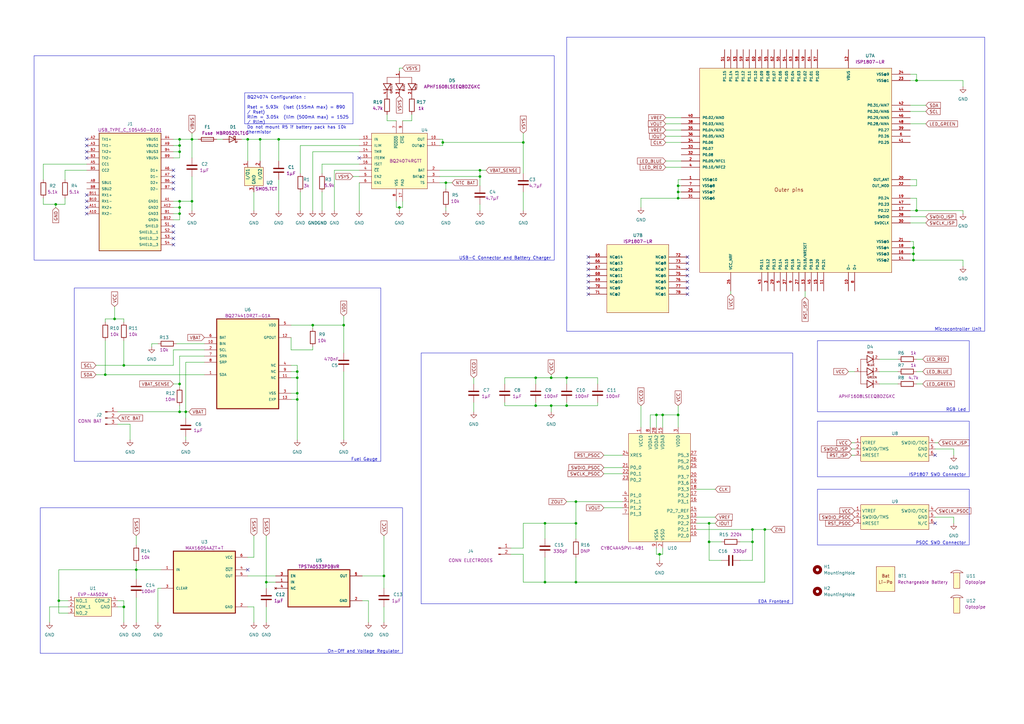
<source format=kicad_sch>
(kicad_sch (version 20250114) (generator "eeschema") (generator_version "9.0")
  (paper "A3")
  (title_block (title "NERVOUS - EDA Sensor") (date "2025-03-20") (rev "1") (comment 1 "Copyright (c) 2024 INSA Lyon, CNRS, INL UMR5270") (comment 2 "License : MIT License") (comment 3 "Contact : bertrand.massot@insa-lyon.fr") (comment 4 "Authors : Bertrand Massot, Matthieu Mesnage, Hugo Buy"))
  (rectangle (start 172.72 144.78) (end 325.12 247.65))
  (rectangle (start 335.28 172.72) (end 397.51 195.58))
  (rectangle (start 232.41 15.24) (end 403.86 135.89))
  (rectangle (start 13.97 22.86) (end 227.33 106.68))
  (rectangle (start 335.28 139.7) (end 397.51 168.91))
  (rectangle (start 16.51 208.28) (end 165.1 267.97))
  (rectangle (start 335.28 200.66) (end 397.51 223.52))
  (rectangle (start 30.48 118.11) (end 156.21 189.23))
  (text "Fuel Gauge" (at 154.94 189.23 0) (effects (font (size 1.27 1.27)) (justify right bottom)))
  (text "On-Off and Voltage Regulator" (at 163.83 267.97 0) (effects (font (size 1.27 1.27)) (justify right bottom)))
  (text "RGB Led" (at 396.24 168.91 0) (effects (font (size 1.27 1.27)) (justify right bottom)))
  (text "ISP1807 SWD Connector" (at 396.24 195.58 0) (effects (font (size 1.27 1.27)) (justify right bottom)))
  (text "Microcontroller Unit" (at 402.59 135.89 0) (effects (font (size 1.27 1.27)) (justify right bottom)))
  (text "EDA Frontend" (at 323.85 247.65 0) (effects (font (size 1.27 1.27)) (justify right bottom)))
  (text "PSOC SWD Connector" (at 396.24 223.52 0) (effects (font (size 1.27 1.27)) (justify right bottom)))
  (text "USB-C Connector and Battery Charger" (at 226.06 106.68 0) (effects (font (size 1.27 1.27)) (justify right bottom)))
  (text_box "BQ24074 Configuration :\n\nRset = 5.93k  (Iset (155mA max) = 890 / Rset)\nRlim = 3.05k  (Ilim (500mA max) = 1525 / Rlim)\nDo not mount R5 if battery pack has 10k thermistor" (at 100.33 38.1 0) (size 44.45 12.7) (margins 0.9525 0.9525 0.9525 0.9525) (effects (font (size 1.27 1.27)) (justify left top)))
  (junction (at 109.22 238.76))
  (junction (at 128.27 133.35))
  (junction (at 121.92 161.29))
  (junction (at 140.97 133.35))
  (junction (at 271.78 170.18))
  (junction (at 157.48 236.22))
  (junction (at 24.13 246.38))
  (junction (at 214.63 58.42))
  (junction (at 73.66 59.69))
  (junction (at 375.92 33.02))
  (junction (at 219.71 154.94))
  (junction (at 73.66 85.09))
  (junction (at 78.74 82.55))
  (junction (at 232.41 154.94))
  (junction (at 374.65 106.68))
  (junction (at 78.74 57.15))
  (junction (at 226.06 166.37))
  (junction (at 290.83 222.25))
  (junction (at 182.88 74.93))
  (junction (at 313.69 217.17))
  (junction (at 223.52 238.76))
  (junction (at 290.83 214.63))
  (junction (at 46.99 130.81))
  (junction (at 121.92 152.4))
  (junction (at 55.88 233.68))
  (junction (at 73.66 157.48))
  (junction (at 278.13 76.2))
  (junction (at 121.92 163.83))
  (junction (at 196.85 72.39))
  (junction (at 73.66 87.63))
  (junction (at 114.3 57.15))
  (junction (at 236.22 214.63))
  (junction (at 278.13 170.18))
  (junction (at 375.92 86.36))
  (junction (at 196.85 69.85))
  (junction (at 121.92 154.94))
  (junction (at 76.2 168.91))
  (junction (at 43.18 153.67))
  (junction (at 374.65 101.6))
  (junction (at 22.86 83.82))
  (junction (at 308.61 217.17))
  (junction (at 181.61 58.42))
  (junction (at 73.66 168.91))
  (junction (at 223.52 214.63))
  (junction (at 236.22 205.74))
  (junction (at 163.83 85.09))
  (junction (at 219.71 166.37))
  (junction (at 73.66 82.55))
  (junction (at 101.6 57.15))
  (junction (at 308.61 222.25))
  (junction (at 106.68 57.15))
  (junction (at 236.22 238.76))
  (junction (at 50.8 248.92))
  (junction (at 374.65 104.14))
  (junction (at 50.8 149.86))
  (junction (at 269.24 170.18))
  (junction (at 73.66 62.23))
  (junction (at 278.13 78.74))
  (junction (at 278.13 81.28))
  (junction (at 73.66 57.15))
  (junction (at 232.41 166.37))
  (junction (at 226.06 154.94))
  (junction (at 270.51 227.33))
  (no_connect (at 35.56 57.15))
  (no_connect (at 71.12 72.39))
  (no_connect (at 281.94 118.11))
  (no_connect (at 241.3 110.49))
  (no_connect (at 241.3 113.03))
  (no_connect (at 71.12 95.25))
  (no_connect (at 281.94 113.03))
  (no_connect (at 281.94 120.65))
  (no_connect (at 35.56 82.55))
  (no_connect (at 35.56 59.69))
  (no_connect (at 281.94 105.41))
  (no_connect (at 35.56 80.01))
  (no_connect (at 241.3 118.11))
  (no_connect (at 281.94 107.95))
  (no_connect (at 383.54 186.69))
  (no_connect (at 35.56 87.63))
  (no_connect (at 35.56 64.77))
  (no_connect (at 241.3 107.95))
  (no_connect (at 241.3 120.65))
  (no_connect (at 35.56 62.23))
  (no_connect (at 35.56 85.09))
  (no_connect (at 71.12 69.85))
  (no_connect (at 281.94 115.57))
  (no_connect (at 71.12 97.79))
  (no_connect (at 241.3 115.57))
  (no_connect (at 281.94 110.49))
  (no_connect (at 147.32 64.77))
  (no_connect (at 383.54 214.63))
  (no_connect (at 101.6 233.68))
  (no_connect (at 71.12 92.71))
  (no_connect (at 71.12 77.47))
  (no_connect (at 241.3 105.41))
  (no_connect (at 71.12 100.33))
  (no_connect (at 71.12 74.93))
  (wire (pts (xy 214.63 227.33) (xy 214.63 238.76)))
  (wire (pts (xy 207.01 154.94) (xy 207.01 157.48)))
  (wire (pts (xy 158.75 49.53) (xy 158.75 46.99)))
  (wire (pts (xy 162.56 82.55) (xy 162.56 85.09)))
  (wire (pts (xy 73.66 82.55) (xy 78.74 82.55)))
  (wire (pts (xy 43.18 139.7) (xy 43.18 153.67)))
  (wire (pts (xy 182.88 85.09) (xy 182.88 86.36)))
  (wire (pts (xy 101.6 228.6) (xy 104.14 228.6)))
  (wire (pts (xy 180.34 59.69) (xy 181.61 59.69)))
  (wire (pts (xy 214.63 54.61) (xy 214.63 58.42)))
  (wire (pts (xy 373.38 104.14) (xy 374.65 104.14)))
  (wire (pts (xy 181.61 57.15) (xy 180.34 57.15)))
  (wire (pts (xy 71.12 143.51) (xy 71.12 149.86)))
  (wire (pts (xy 128.27 143.51) (xy 128.27 142.24)))
  (wire (pts (xy 71.12 62.23) (xy 73.66 62.23)))
  (wire (pts (xy 53.34 173.99) (xy 53.34 180.34)))
  (wire (pts (xy 73.66 82.55) (xy 73.66 85.09)))
  (wire (pts (xy 132.08 78.74) (xy 132.08 86.36)))
  (wire (pts (xy 247.65 186.69) (xy 255.27 186.69)))
  (wire (pts (xy 236.22 238.76) (xy 223.52 238.76)))
  (wire (pts (xy 270.51 227.33) (xy 271.78 227.33)))
  (wire (pts (xy 374.65 106.68) (xy 373.38 106.68)))
  (wire (pts (xy 247.65 194.31) (xy 255.27 194.31)))
  (wire (pts (xy 128.27 62.23) (xy 128.27 86.36)))
  (wire (pts (xy 278.13 76.2) (xy 278.13 78.74)))
  (wire (pts (xy 76.2 168.91) (xy 77.47 168.91)))
  (wire (pts (xy 226.06 166.37) (xy 232.41 166.37)))
  (wire (pts (xy 214.63 78.74) (xy 214.63 86.36)))
  (wire (pts (xy 17.78 81.28) (xy 17.78 83.82)))
  (wire (pts (xy 64.77 140.97) (xy 62.23 140.97)))
  (wire (pts (xy 119.38 143.51) (xy 128.27 143.51)))
  (wire (pts (xy 20.32 248.92) (xy 20.32 255.27)))
  (wire (pts (xy 375.92 157.48) (xy 378.46 157.48)))
  (wire (pts (xy 236.22 228.6) (xy 236.22 238.76)))
  (wire (pts (xy 278.13 81.28) (xy 279.4 81.28)))
  (wire (pts (xy 373.38 101.6) (xy 374.65 101.6)))
  (wire (pts (xy 375.92 76.2) (xy 373.38 76.2)))
  (wire (pts (xy 109.22 238.76) (xy 113.03 238.76)))
  (wire (pts (xy 22.86 83.82) (xy 22.86 85.09)))
  (wire (pts (xy 383.54 212.09) (xy 391.16 212.09)))
  (wire (pts (xy 144.78 72.39) (xy 147.32 72.39)))
  (wire (pts (xy 73.66 87.63) (xy 73.66 90.17)))
  (wire (pts (xy 121.92 154.94) (xy 121.92 161.29)))
  (wire (pts (xy 163.83 85.09) (xy 165.1 85.09)))
  (wire (pts (xy 273.05 50.8) (xy 279.4 50.8)))
  (wire (pts (xy 50.8 132.08) (xy 50.8 130.81)))
  (wire (pts (xy 17.78 83.82) (xy 22.86 83.82)))
  (wire (pts (xy 64.77 241.3) (xy 66.04 241.3)))
  (wire (pts (xy 78.74 57.15) (xy 78.74 64.77)))
  (wire (pts (xy 196.85 83.82) (xy 196.85 86.36)))
  (wire (pts (xy 76.2 168.91) (xy 73.66 168.91)))
  (wire (pts (xy 236.22 205.74) (xy 236.22 214.63)))
  (wire (pts (xy 207.01 166.37) (xy 219.71 166.37)))
  (wire (pts (xy 35.56 67.31) (xy 17.78 67.31)))
  (wire (pts (xy 157.48 248.92) (xy 157.48 255.27)))
  (wire (pts (xy 123.19 78.74) (xy 123.19 86.36)))
  (wire (pts (xy 71.12 57.15) (xy 73.66 57.15)))
  (wire (pts (xy 373.38 43.18) (xy 379.73 43.18)))
  (wire (pts (xy 181.61 59.69) (xy 181.61 58.42)))
  (wire (pts (xy 375.92 86.36) (xy 375.92 81.28)))
  (wire (pts (xy 207.01 154.94) (xy 219.71 154.94)))
  (wire (pts (xy 182.88 74.93) (xy 185.42 74.93)))
  (wire (pts (xy 375.92 152.4) (xy 378.46 152.4)))
  (wire (pts (xy 157.48 236.22) (xy 157.48 241.3)))
  (wire (pts (xy 236.22 205.74) (xy 255.27 205.74)))
  (wire (pts (xy 374.65 99.06) (xy 374.65 101.6)))
  (wire (pts (xy 394.97 109.22) (xy 394.97 106.68)))
  (wire (pts (xy 121.92 163.83) (xy 121.92 180.34)))
  (wire (pts (xy 147.32 74.93) (xy 147.32 86.36)))
  (wire (pts (xy 273.05 68.58) (xy 279.4 68.58)))
  (wire (pts (xy 349.25 181.61) (xy 350.52 181.61)))
  (wire (pts (xy 73.66 59.69) (xy 73.66 62.23)))
  (wire (pts (xy 71.12 149.86) (xy 50.8 149.86)))
  (wire (pts (xy 373.38 86.36) (xy 375.92 86.36)))
  (wire (pts (xy 119.38 149.86) (xy 121.92 149.86)))
  (wire (pts (xy 226.06 166.37) (xy 226.06 168.91)))
  (wire (pts (xy 39.37 149.86) (xy 50.8 149.86)))
  (wire (pts (xy 26.67 81.28) (xy 26.67 83.82)))
  (wire (pts (xy 219.71 154.94) (xy 219.71 157.48)))
  (wire (pts (xy 163.83 27.94) (xy 163.83 29.21)))
  (wire (pts (xy 55.88 219.71) (xy 55.88 223.52)))
  (wire (pts (xy 368.3 147.32) (xy 360.68 147.32)))
  (wire (pts (xy 78.74 57.15) (xy 81.28 57.15)))
  (wire (pts (xy 214.63 214.63) (xy 223.52 214.63)))
  (wire (pts (xy 196.85 72.39) (xy 196.85 76.2)))
  (wire (pts (xy 219.71 166.37) (xy 226.06 166.37)))
  (wire (pts (xy 24.13 246.38) (xy 24.13 251.46)))
  (wire (pts (xy 76.2 148.59) (xy 76.2 168.91)))
  (wire (pts (xy 50.8 246.38) (xy 50.8 248.92)))
  (wire (pts (xy 373.38 91.44) (xy 379.73 91.44)))
  (wire (pts (xy 266.7 170.18) (xy 269.24 170.18)))
  (wire (pts (xy 180.34 74.93) (xy 182.88 74.93)))
  (wire (pts (xy 194.31 165.1) (xy 194.31 168.91)))
  (wire (pts (xy 303.53 229.87) (xy 308.61 229.87)))
  (wire (pts (xy 373.38 50.8) (xy 379.73 50.8)))
  (wire (pts (xy 214.63 224.79) (xy 214.63 214.63)))
  (wire (pts (xy 223.52 238.76) (xy 223.52 228.6)))
  (wire (pts (xy 373.38 73.66) (xy 375.92 73.66)))
  (wire (pts (xy 132.08 67.31) (xy 132.08 71.12)))
  (wire (pts (xy 223.52 220.98) (xy 223.52 214.63)))
  (wire (pts (xy 262.89 166.37) (xy 262.89 175.26)))
  (wire (pts (xy 55.88 245.11) (xy 55.88 255.27)))
  (wire (pts (xy 290.83 222.25) (xy 290.83 229.87)))
  (wire (pts (xy 391.16 212.09) (xy 391.16 214.63)))
  (wire (pts (xy 24.13 246.38) (xy 24.13 233.68)))
  (wire (pts (xy 147.32 67.31) (xy 132.08 67.31)))
  (wire (pts (xy 219.71 154.94) (xy 226.06 154.94)))
  (wire (pts (xy 101.6 57.15) (xy 106.68 57.15)))
  (wire (pts (xy 48.26 246.38) (xy 50.8 246.38)))
  (wire (pts (xy 247.65 191.77) (xy 255.27 191.77)))
  (wire (pts (xy 157.48 219.71) (xy 157.48 236.22)))
  (wire (pts (xy 46.99 125.73) (xy 46.99 130.81)))
  (wire (pts (xy 88.9 57.15) (xy 91.44 57.15)))
  (wire (pts (xy 158.75 49.53) (xy 162.56 49.53)))
  (wire (pts (xy 104.14 78.74) (xy 104.14 86.36)))
  (wire (pts (xy 73.66 64.77) (xy 71.12 64.77)))
  (wire (pts (xy 43.18 130.81) (xy 46.99 130.81)))
  (wire (pts (xy 269.24 224.79) (xy 269.24 227.33)))
  (wire (pts (xy 104.14 228.6) (xy 104.14 219.71)))
  (wire (pts (xy 271.78 170.18) (xy 271.78 175.26)))
  (wire (pts (xy 219.71 165.1) (xy 219.71 166.37)))
  (wire (pts (xy 114.3 57.15) (xy 106.68 57.15)))
  (wire (pts (xy 295.91 229.87) (xy 290.83 229.87)))
  (wire (pts (xy 73.66 57.15) (xy 73.66 59.69)))
  (wire (pts (xy 394.97 35.56) (xy 394.97 33.02)))
  (wire (pts (xy 194.31 154.94) (xy 194.31 157.48)))
  (wire (pts (xy 162.56 85.09) (xy 163.83 85.09)))
  (wire (pts (xy 232.41 165.1) (xy 232.41 166.37)))
  (wire (pts (xy 278.13 166.37) (xy 278.13 170.18)))
  (wire (pts (xy 62.23 140.97) (xy 62.23 142.24)))
  (wire (pts (xy 114.3 73.66) (xy 114.3 86.36)))
  (wire (pts (xy 123.19 59.69) (xy 147.32 59.69)))
  (wire (pts (xy 236.22 214.63) (xy 236.22 220.98)))
  (wire (pts (xy 279.4 73.66) (xy 278.13 73.66)))
  (wire (pts (xy 375.92 86.36) (xy 394.97 86.36)))
  (wire (pts (xy 119.38 133.35) (xy 128.27 133.35)))
  (wire (pts (xy 165.1 49.53) (xy 168.91 49.53)))
  (wire (pts (xy 43.18 153.67) (xy 83.82 153.67)))
  (wire (pts (xy 373.38 30.48) (xy 375.92 30.48)))
  (wire (pts (xy 278.13 73.66) (xy 278.13 76.2)))
  (wire (pts (xy 313.69 217.17) (xy 316.23 217.17)))
  (wire (pts (xy 278.13 78.74) (xy 278.13 81.28)))
  (wire (pts (xy 128.27 133.35) (xy 140.97 133.35)))
  (wire (pts (xy 273.05 53.34) (xy 279.4 53.34)))
  (wire (pts (xy 293.37 214.63) (xy 290.83 214.63)))
  (wire (pts (xy 232.41 205.74) (xy 236.22 205.74)))
  (wire (pts (xy 109.22 248.92) (xy 109.22 255.27)))
  (wire (pts (xy 273.05 55.88) (xy 279.4 55.88)))
  (wire (pts (xy 22.86 83.82) (xy 26.67 83.82)))
  (wire (pts (xy 308.61 229.87) (xy 308.61 222.25)))
  (wire (pts (xy 349.25 186.69) (xy 350.52 186.69)))
  (wire (pts (xy 50.8 248.92) (xy 50.8 255.27)))
  (wire (pts (xy 50.8 139.7) (xy 50.8 149.86)))
  (wire (pts (xy 78.74 82.55) (xy 78.74 86.36)))
  (wire (pts (xy 101.6 236.22) (xy 113.03 236.22)))
  (wire (pts (xy 375.92 30.48) (xy 375.92 33.02)))
  (wire (pts (xy 290.83 214.63) (xy 290.83 222.25)))
  (wire (pts (xy 269.24 227.33) (xy 270.51 227.33)))
  (wire (pts (xy 26.67 69.85) (xy 35.56 69.85)))
  (wire (pts (xy 271.78 227.33) (xy 271.78 224.79)))
  (wire (pts (xy 394.97 106.68) (xy 374.65 106.68)))
  (wire (pts (xy 121.92 161.29) (xy 121.92 163.83)))
  (wire (pts (xy 330.2 121.92) (xy 330.2 119.38)))
  (wire (pts (xy 128.27 134.62) (xy 128.27 133.35)))
  (wire (pts (xy 73.66 146.05) (xy 73.66 157.48)))
  (wire (pts (xy 73.66 166.37) (xy 73.66 168.91)))
  (wire (pts (xy 101.6 57.15) (xy 101.6 66.04)))
  (wire (pts (xy 269.24 170.18) (xy 269.24 175.26)))
  (wire (pts (xy 151.13 246.38) (xy 148.59 246.38)))
  (wire (pts (xy 373.38 81.28) (xy 375.92 81.28)))
  (wire (pts (xy 349.25 184.15) (xy 350.52 184.15)))
  (wire (pts (xy 76.2 179.07) (xy 76.2 180.34)))
  (wire (pts (xy 55.88 233.68) (xy 55.88 237.49)))
  (wire (pts (xy 373.38 45.72) (xy 379.73 45.72)))
  (wire (pts (xy 262.89 85.09) (xy 262.89 81.28)))
  (wire (pts (xy 295.91 222.25) (xy 290.83 222.25)))
  (wire (pts (xy 168.91 49.53) (xy 168.91 46.99)))
  (wire (pts (xy 43.18 132.08) (xy 43.18 130.81)))
  (wire (pts (xy 214.63 238.76) (xy 223.52 238.76)))
  (wire (pts (xy 245.11 157.48) (xy 245.11 154.94)))
  (wire (pts (xy 313.69 217.17) (xy 313.69 238.76)))
  (wire (pts (xy 72.39 140.97) (xy 83.82 140.97)))
  (wire (pts (xy 76.2 168.91) (xy 76.2 171.45)))
  (wire (pts (xy 209.55 227.33) (xy 214.63 227.33)))
  (wire (pts (xy 123.19 71.12) (xy 123.19 59.69)))
  (wire (pts (xy 99.06 57.15) (xy 101.6 57.15)))
  (wire (pts (xy 278.13 170.18) (xy 278.13 175.26)))
  (wire (pts (xy 290.83 214.63) (xy 285.75 214.63)))
  (wire (pts (xy 20.32 248.92) (xy 27.94 248.92)))
  (wire (pts (xy 109.22 219.71) (xy 109.22 238.76)))
  (wire (pts (xy 236.22 238.76) (xy 313.69 238.76)))
  (wire (pts (xy 232.41 154.94) (xy 245.11 154.94)))
  (wire (pts (xy 273.05 58.42) (xy 279.4 58.42)))
  (wire (pts (xy 384.81 181.61) (xy 383.54 181.61)))
  (wire (pts (xy 55.88 233.68) (xy 66.04 233.68)))
  (wire (pts (xy 308.61 217.17) (xy 308.61 222.25)))
  (wire (pts (xy 374.65 104.14) (xy 374.65 106.68)))
  (wire (pts (xy 368.3 152.4) (xy 360.68 152.4)))
  (wire (pts (xy 121.92 163.83) (xy 119.38 163.83)))
  (wire (pts (xy 83.82 143.51) (xy 71.12 143.51)))
  (wire (pts (xy 137.16 69.85) (xy 137.16 86.36)))
  (wire (pts (xy 383.54 184.15) (xy 391.16 184.15)))
  (wire (pts (xy 24.13 251.46) (xy 27.94 251.46)))
  (wire (pts (xy 71.12 157.48) (xy 73.66 157.48)))
  (wire (pts (xy 104.14 248.92) (xy 104.14 255.27)))
  (wire (pts (xy 196.85 69.85) (xy 199.39 69.85)))
  (wire (pts (xy 262.89 81.28) (xy 278.13 81.28)))
  (wire (pts (xy 165.1 27.94) (xy 163.83 27.94)))
  (wire (pts (xy 394.97 87.63) (xy 394.97 86.36)))
  (wire (pts (xy 114.3 66.04) (xy 114.3 57.15)))
  (wire (pts (xy 223.52 214.63) (xy 236.22 214.63)))
  (wire (pts (xy 73.66 146.05) (xy 83.82 146.05)))
  (wire (pts (xy 273.05 66.04) (xy 279.4 66.04)))
  (wire (pts (xy 140.97 152.4) (xy 140.97 180.34)))
  (wire (pts (xy 293.37 212.09) (xy 285.75 212.09)))
  (wire (pts (xy 121.92 152.4) (xy 121.92 154.94)))
  (wire (pts (xy 374.65 101.6) (xy 374.65 104.14)))
  (wire (pts (xy 147.32 62.23) (xy 128.27 62.23)))
  (wire (pts (xy 266.7 175.26) (xy 266.7 170.18)))
  (wire (pts (xy 151.13 246.38) (xy 151.13 255.27)))
  (wire (pts (xy 247.65 208.28) (xy 255.27 208.28)))
  (wire (pts (xy 271.78 170.18) (xy 278.13 170.18)))
  (wire (pts (xy 27.94 246.38) (xy 24.13 246.38)))
  (wire (pts (xy 165.1 82.55) (xy 165.1 85.09)))
  (wire (pts (xy 269.24 170.18) (xy 271.78 170.18)))
  (wire (pts (xy 73.66 85.09) (xy 73.66 87.63)))
  (wire (pts (xy 50.8 248.92) (xy 48.26 248.92)))
  (wire (pts (xy 375.92 147.32) (xy 378.46 147.32)))
  (wire (pts (xy 308.61 217.17) (xy 313.69 217.17)))
  (wire (pts (xy 147.32 69.85) (xy 137.16 69.85)))
  (wire (pts (xy 285.75 217.17) (xy 308.61 217.17)))
  (wire (pts (xy 17.78 67.31) (xy 17.78 73.66)))
  (wire (pts (xy 226.06 153.67) (xy 226.06 154.94)))
  (wire (pts (xy 180.34 72.39) (xy 196.85 72.39)))
  (wire (pts (xy 293.37 200.66) (xy 285.75 200.66)))
  (wire (pts (xy 71.12 85.09) (xy 73.66 85.09)))
  (wire (pts (xy 245.11 165.1) (xy 245.11 166.37)))
  (wire (pts (xy 373.38 88.9) (xy 379.73 88.9)))
  (wire (pts (xy 232.41 166.37) (xy 245.11 166.37)))
  (wire (pts (xy 391.16 184.15) (xy 391.16 186.69)))
  (wire (pts (xy 24.13 233.68) (xy 55.88 233.68)))
  (wire (pts (xy 163.83 85.09) (xy 163.83 86.36)))
  (wire (pts (xy 278.13 76.2) (xy 279.4 76.2)))
  (wire (pts (xy 26.67 73.66) (xy 26.67 69.85)))
  (wire (pts (xy 207.01 165.1) (xy 207.01 166.37)))
  (wire (pts (xy 71.12 82.55) (xy 73.66 82.55)))
  (wire (pts (xy 209.55 224.79) (xy 214.63 224.79)))
  (wire (pts (xy 119.38 143.51) (xy 119.38 138.43)))
  (wire (pts (xy 140.97 133.35) (xy 140.97 144.78)))
  (wire (pts (xy 119.38 152.4) (xy 121.92 152.4)))
  (wire (pts (xy 347.98 152.4) (xy 350.52 152.4)))
  (wire (pts (xy 368.3 157.48) (xy 360.68 157.48)))
  (wire (pts (xy 299.72 119.38) (xy 299.72 120.65)))
  (wire (pts (xy 64.77 241.3) (xy 64.77 255.27)))
  (wire (pts (xy 71.12 59.69) (xy 73.66 59.69)))
  (wire (pts (xy 71.12 87.63) (xy 73.66 87.63)))
  (wire (pts (xy 375.92 33.02) (xy 394.97 33.02)))
  (wire (pts (xy 48.26 168.91) (xy 73.66 168.91)))
  (wire (pts (xy 270.51 227.33) (xy 270.51 229.87)))
  (wire (pts (xy 101.6 248.92) (xy 104.14 248.92)))
  (wire (pts (xy 226.06 154.94) (xy 232.41 154.94)))
  (wire (pts (xy 73.66 57.15) (xy 78.74 57.15)))
  (wire (pts (xy 214.63 58.42) (xy 214.63 71.12)))
  (wire (pts (xy 375.92 73.66) (xy 375.92 76.2)))
  (wire (pts (xy 375.92 33.02) (xy 373.38 33.02)))
  (wire (pts (xy 278.13 78.74) (xy 279.4 78.74)))
  (wire (pts (xy 119.38 154.94) (xy 121.92 154.94)))
  (wire (pts (xy 148.59 236.22) (xy 157.48 236.22)))
  (wire (pts (xy 373.38 99.06) (xy 374.65 99.06)))
  (wire (pts (xy 214.63 58.42) (xy 181.61 58.42)))
  (wire (pts (xy 196.85 69.85) (xy 196.85 72.39)))
  (wire (pts (xy 78.74 72.39) (xy 78.74 82.55)))
  (wire (pts (xy 273.05 48.26) (xy 279.4 48.26)))
  (wire (pts (xy 180.34 69.85) (xy 196.85 69.85)))
  (wire (pts (xy 308.61 222.25) (xy 303.53 222.25)))
  (wire (pts (xy 114.3 57.15) (xy 147.32 57.15)))
  (wire (pts (xy 121.92 149.86) (xy 121.92 152.4)))
  (wire (pts (xy 73.66 62.23) (xy 73.66 64.77)))
  (wire (pts (xy 83.82 148.59) (xy 76.2 148.59)))
  (wire (pts (xy 73.66 90.17) (xy 71.12 90.17)))
  (wire (pts (xy 181.61 58.42) (xy 181.61 57.15)))
  (wire (pts (xy 119.38 161.29) (xy 121.92 161.29)))
  (wire (pts (xy 78.74 54.61) (xy 78.74 57.15)))
  (wire (pts (xy 106.68 66.04) (xy 106.68 57.15)))
  (wire (pts (xy 50.8 130.81) (xy 46.99 130.81)))
  (wire (pts (xy 109.22 241.3) (xy 109.22 238.76)))
  (wire (pts (xy 39.37 153.67) (xy 43.18 153.67)))
  (wire (pts (xy 55.88 231.14) (xy 55.88 233.68)))
  (wire (pts (xy 48.26 173.99) (xy 53.34 173.99)))
  (wire (pts (xy 232.41 154.94) (xy 232.41 157.48)))
  (wire (pts (xy 140.97 129.54) (xy 140.97 133.35)))
  (wire (pts (xy 182.88 74.93) (xy 182.88 77.47)))
  (wire (pts (xy 73.66 157.48) (xy 73.66 158.75)))
  (global_label "VSYS" (shape input) (at 165.1 27.94 0) (property "Intersheetrefs" "${INTERSHEET_REFS}" (effects (hide yes))))
  (global_label "VCC" (shape input) (at 350.52 209.55 180) (property "Intersheetrefs" "${INTERSHEET_REFS}" (effects (hide yes))))
  (global_label "NTC BAT" (shape input) (at 185.42 74.93 0) (property "Intersheetrefs" "${INTERSHEET_REFS}" (effects (hide yes))))
  (global_label "VREF" (shape input) (at 293.37 212.09 0) (property "Intersheetrefs" "${INTERSHEET_REFS}" (effects (hide yes))))
  (global_label "VREF" (shape input) (at 273.05 53.34 180) (property "Intersheetrefs" "${INTERSHEET_REFS}" (effects (hide yes))))
  (global_label "LED_GREEN" (shape input) (at 378.46 157.48 0) (property "Intersheetrefs" "${INTERSHEET_REFS}" (effects (hide yes))))
  (global_label "RST_ISP" (shape input) (at 330.2 121.92 270) (property "Intersheetrefs" "${INTERSHEET_REFS}" (effects (hide yes))))
  (global_label "IOUT" (shape input) (at 273.05 55.88 180) (property "Intersheetrefs" "${INTERSHEET_REFS}" (effects (hide yes))))
  (global_label "SWCLK_PSOC" (shape input) (at 383.54 209.55 0) (property "Intersheetrefs" "${INTERSHEET_REFS}" (effects (hide yes))))
  (global_label "VSYS" (shape input) (at 144.78 72.39 180) (property "Intersheetrefs" "${INTERSHEET_REFS}" (effects (hide yes))))
  (global_label "RST_PSOC" (shape input) (at 247.65 186.69 180) (property "Intersheetrefs" "${INTERSHEET_REFS}" (effects (hide yes))))
  (global_label "VOUT" (shape input) (at 247.65 208.28 180) (property "Intersheetrefs" "${INTERSHEET_REFS}" (effects (hide yes))))
  (global_label "VBAT" (shape input) (at 77.47 168.91 0) (property "Intersheetrefs" "${INTERSHEET_REFS}" (effects (hide yes))))
  (global_label "RST_PSOC" (shape input) (at 350.52 214.63 180) (property "Intersheetrefs" "${INTERSHEET_REFS}" (effects (hide yes))))
  (global_label "LED_BLUE" (shape input) (at 378.46 152.4 0) (property "Intersheetrefs" "${INTERSHEET_REFS}" (effects (hide yes))))
  (global_label "VCCD" (shape input) (at 194.31 154.94 90) (property "Intersheetrefs" "${INTERSHEET_REFS}" (effects (hide yes))))
  (global_label "SWCLK_ISP" (shape input) (at 379.73 91.44 0) (property "Intersheetrefs" "${INTERSHEET_REFS}" (effects (hide yes))))
  (global_label "VBUS" (shape input) (at 78.74 54.61 90) (property "Intersheetrefs" "${INTERSHEET_REFS}" (effects (hide yes))))
  (global_label "SWDIO_PSOC" (shape input) (at 247.65 191.77 180) (property "Intersheetrefs" "${INTERSHEET_REFS}" (effects (hide yes))))
  (global_label "ZOUT" (shape input) (at 232.41 205.74 180) (property "Intersheetrefs" "${INTERSHEET_REFS}" (effects (hide yes))))
  (global_label "NTC BAT" (shape input) (at 48.26 171.45 0) (property "Intersheetrefs" "${INTERSHEET_REFS}" (effects (hide yes))))
  (global_label "ZIN" (shape input) (at 316.23 217.17 0) (property "Intersheetrefs" "${INTERSHEET_REFS}" (effects (hide yes))))
  (global_label "LED_RED" (shape input) (at 378.46 147.32 0) (property "Intersheetrefs" "${INTERSHEET_REFS}" (effects (hide yes))))
  (global_label "SWCLK_PSOC" (shape input) (at 247.65 194.31 180) (property "Intersheetrefs" "${INTERSHEET_REFS}" (effects (hide yes))))
  (global_label "VCC" (shape input) (at 46.99 125.73 90) (property "Intersheetrefs" "${INTERSHEET_REFS}" (effects (hide yes))))
  (global_label "SCL" (shape input) (at 39.37 149.86 180) (property "Intersheetrefs" "${INTERSHEET_REFS}" (effects (hide yes))))
  (global_label "VCCD" (shape input) (at 262.89 166.37 90) (property "Intersheetrefs" "${INTERSHEET_REFS}" (effects (hide yes))))
  (global_label "VSYS" (shape input) (at 109.22 219.71 90) (property "Intersheetrefs" "${INTERSHEET_REFS}" (effects (hide yes))))
  (global_label "SCL" (shape input) (at 379.73 45.72 0) (property "Intersheetrefs" "${INTERSHEET_REFS}" (effects (hide yes))))
  (global_label "GND" (shape input) (at 22.86 85.09 270) (property "Intersheetrefs" "${INTERSHEET_REFS}" (effects (hide yes))))
  (global_label "LED_BLUE" (shape input) (at 273.05 66.04 180) (property "Intersheetrefs" "${INTERSHEET_REFS}" (effects (hide yes))))
  (global_label "CLK" (shape input) (at 273.05 58.42 180) (property "Intersheetrefs" "${INTERSHEET_REFS}" (effects (hide yes))))
  (global_label "VCC" (shape input) (at 349.25 181.61 180) (property "Intersheetrefs" "${INTERSHEET_REFS}" (effects (hide yes))))
  (global_label "VOUT" (shape input) (at 273.05 50.8 180) (property "Intersheetrefs" "${INTERSHEET_REFS}" (effects (hide yes))))
  (global_label "SWCLK_ISP" (shape input) (at 384.81 181.61 0) (property "Intersheetrefs" "${INTERSHEET_REFS}" (effects (hide yes))))
  (global_label "CLK" (shape input) (at 293.37 200.66 0) (property "Intersheetrefs" "${INTERSHEET_REFS}" (effects (hide yes))))
  (global_label "VSYS" (shape input) (at 214.63 54.61 90) (property "Intersheetrefs" "${INTERSHEET_REFS}" (effects (hide yes))))
  (global_label "VSYS" (shape input) (at 104.14 219.71 90) (property "Intersheetrefs" "${INTERSHEET_REFS}" (effects (hide yes))))
  (global_label "VREF" (shape input) (at 273.05 48.26 180) (property "Intersheetrefs" "${INTERSHEET_REFS}" (effects (hide yes))))
  (global_label "LED_RED" (shape input) (at 273.05 68.58 180) (property "Intersheetrefs" "${INTERSHEET_REFS}" (effects (hide yes))))
  (global_label "LED_GREEN" (shape input) (at 379.73 50.8 0) (property "Intersheetrefs" "${INTERSHEET_REFS}" (effects (hide yes))))
  (global_label "VBAT_SENSE" (shape input) (at 199.39 69.85 0) (property "Intersheetrefs" "${INTERSHEET_REFS}" (effects (hide yes))))
  (global_label "VDD" (shape input) (at 140.97 129.54 90) (property "Intersheetrefs" "${INTERSHEET_REFS}" (effects (hide yes))))
  (global_label "VCC" (shape input) (at 157.48 219.71 90) (property "Intersheetrefs" "${INTERSHEET_REFS}" (effects (hide yes))))
  (global_label "SDA" (shape input) (at 379.73 43.18 0) (property "Intersheetrefs" "${INTERSHEET_REFS}" (effects (hide yes))))
  (global_label "VBAT_SENSE" (shape input) (at 71.12 157.48 180) (property "Intersheetrefs" "${INTERSHEET_REFS}" (effects (hide yes))))
  (global_label "RST_ISP" (shape input) (at 349.25 186.69 180) (property "Intersheetrefs" "${INTERSHEET_REFS}" (effects (hide yes))))
  (global_label "IOUT" (shape input) (at 293.37 214.63 0) (property "Intersheetrefs" "${INTERSHEET_REFS}" (effects (hide yes))))
  (global_label "SWDIO_ISP" (shape input) (at 379.73 88.9 0) (property "Intersheetrefs" "${INTERSHEET_REFS}" (effects (hide yes))))
  (global_label "VCC" (shape input) (at 347.98 152.4 180) (property "Intersheetrefs" "${INTERSHEET_REFS}" (effects (hide yes))))
  (global_label "VBAT" (shape input) (at 83.82 138.43 180) (property "Intersheetrefs" "${INTERSHEET_REFS}" (effects (hide yes))))
  (global_label "VCC" (shape input) (at 226.06 153.67 90) (property "Intersheetrefs" "${INTERSHEET_REFS}" (effects (hide yes))))
  (global_label "SDA" (shape input) (at 39.37 153.67 180) (property "Intersheetrefs" "${INTERSHEET_REFS}" (effects (hide yes))))
  (global_label "SWDIO_ISP" (shape input) (at 349.25 184.15 180) (property "Intersheetrefs" "${INTERSHEET_REFS}" (effects (hide yes))))
  (global_label "VSYS" (shape input) (at 163.83 39.37 270) (property "Intersheetrefs" "${INTERSHEET_REFS}" (effects (hide yes))))
  (global_label "VCC" (shape input) (at 299.72 120.65 270) (property "Intersheetrefs" "${INTERSHEET_REFS}" (effects (hide yes))))
  (global_label "VCC" (shape input) (at 278.13 166.37 90) (property "Intersheetrefs" "${INTERSHEET_REFS}" (effects (hide yes))))
  (global_label "SWDIO_PSOC" (shape input) (at 350.52 212.09 180) (property "Intersheetrefs" "${INTERSHEET_REFS}" (effects (hide yes))))
  (global_label "VSYS" (shape input) (at 55.88 219.71 90) (property "Intersheetrefs" "${INTERSHEET_REFS}" (effects (hide yes))))
  (symbol (lib_id "power:GND") (at 157.48 255.27 0) (unit 1)
    (property "Reference" "#PWR025" (effects (hide yes)))
    (property "Value" "GND" (at 157.48 260.35 0))
  )
  (symbol (lib_id "nervous-eda:ISP1807-LR") (at 241.3 128.27 0) (unit 2)
    (property "Reference" "U7" (at 261.62 96.52 0))
    (property "Value" "RF TXRX MODULE BT TRACE ANT SMD" (effects (hide yes)))
    (property "Footprint" "nervous-eda:ISP1807-LR" (effects (hide yes)))
    (property "Manufacturer" "INSIGHT SIP" (effects (hide yes)))
    (property "Manufacturer Part Number" "ISP1807-LR-RS" (effects (hide yes)))
    (property "Supplier" "DIGIKEY" (effects (hide yes)))
    (property "Supplier Part Number" "1786-1019-1-ND" (effects (hide yes)))
    (property "Note" "ISP1807-LR" (at 261.62 99.06 0))
  )
  (symbol (lib_id "power:GND") (at 104.14 86.36 0) (unit 1)
    (property "Reference" "#PWR02" (effects (hide yes)))
    (property "Value" "GND" (at 104.14 91.44 0))
  )
  (symbol (lib_id "nervous-eda:C") (at 245.11 161.29 0) (unit 1)
    (property "Reference" "C11" (at 248.92 160.02 0) (effects (justify left)))
    (property "Value" "CAP CER 0.1UF 16V X7R 0402" (effects (hide yes)))
    (property "Footprint" "nervous-eda:C_0402_1005Metric" (effects (hide yes)))
    (property "Manufacturer" "Yageo" (effects (hide yes)))
    (property "Manufacturer Part Number" "CC0402JRX7R7BB104" (effects (hide yes)))
    (property "Supplier" "Farnell" (effects (hide yes)))
    (property "Supplier Part Number" "3369125" (effects (hide yes)))
    (property "Note" "100nF" (at 251.46 162.56 0))
  )
  (symbol (lib_id "nervous-eda:C") (at 76.2 175.26 0) (unit 1)
    (property "Reference" "C6" (at 80.01 173.99 0) (effects (justify left)))
    (property "Value" "CAP CER 1UF 10V X5R 0402" (effects (hide yes)))
    (property "Footprint" "nervous-eda:C_0402_1005Metric" (effects (hide yes)))
    (property "Manufacturer" "Yageo" (effects (hide yes)))
    (property "Manufacturer Part Number" "CC0402KRX5R6BB105" (effects (hide yes)))
    (property "Supplier" "Farnell" (effects (hide yes)))
    (property "Supplier Part Number" "1458896" (effects (hide yes)))
    (property "Note" "1µF" (at 81.28 176.53 0))
  )
  (symbol (lib_id "nervous-eda:APHF1608LSEEQBDZGKC") (at 355.6 152.4 0) (unit 1)
    (property "Reference" "D4" (at 356.87 142.24 0))
    (property "Value" "LED RGB CLEAR 4SMD" (effects (hide yes)))
    (property "Footprint" "nervous-eda:APHF1608LSEEQBDZGKC" (effects (hide yes)))
    (property "Manufacturer" "KINGBRIGHT" (effects (hide yes)))
    (property "Manufacturer Part Number" "APHF1608LSEEQBDZGKC" (effects (hide yes)))
    (property "Supplier" "DIGIKEY" (effects (hide yes)))
    (property "Supplier Part Number" "754-2143-1-ND" (effects (hide yes)))
    (property "Note" "APHF1608LSEEQBDZGKC" (at 355.6 162.56 0))
  )
  (symbol (lib_id "power:GND") (at 53.34 180.34 0) (unit 1)
    (property "Reference" "#PWR015" (effects (hide yes)))
    (property "Value" "GND" (at 53.34 185.42 0))
  )
  (symbol (lib_id "power:GND") (at 147.32 86.36 0) (unit 1)
    (property "Reference" "#PWR08" (effects (hide yes)))
    (property "Value" "GND" (at 147.32 91.44 0))
  )
  (symbol (lib_id "Mechanical:MountingHole") (at 335.28 233.68 0) (unit 1) (in_bom no)
    (property "Reference" "H1" (at 337.82 232.41 0) (effects (justify left)))
    (property "Value" "MountingHole" (at 337.82 234.95 0) (effects (justify left)))
    (property "Footprint" "MountingHole:MountingHole_2mm" (effects (hide yes)))
  )
  (symbol (lib_id "Device:R") (at 26.67 77.47 180) (unit 1)
    (property "Reference" "R4" (at 30.48 76.2 0))
    (property "Value" "RES 5.1K OHM 0.5% 1/10W 0402" (effects (hide yes)))
    (property "Footprint" "nervous-eda:R_0402_1005Metric" (effects (hide yes)))
    (property "Manufacturer" "PANASONIC" (effects (hide yes)))
    (property "Manufacturer Part Number" "ERJ-U2RD5101X" (effects (hide yes)))
    (property "Supplier" "FARNELL" (effects (hide yes)))
    (property "Supplier Part Number" "3516311" (effects (hide yes)))
    (property "Note" "5.1k" (at 30.48 78.74 0))
  )
  (symbol (lib_id "nervous-eda:TC2030-MCP-NL") (at 367.03 212.09 0) (unit 1) (in_bom no)
    (property "Reference" "U9" (at 367.03 205.74 0))
    (property "Value" "~" (at 359.41 212.09 0))
    (property "Footprint" "nervous-eda:TC2030-MCP-NL" (effects (hide yes)))
  )
  (symbol (lib_id "nervous-eda:C") (at 55.88 241.3 0) (unit 1)
    (property "Reference" "C14" (at 59.69 240.03 0) (effects (justify left)))
    (property "Value" "CAP CER 0.1UF 16V X7R 0402" (effects (hide yes)))
    (property "Footprint" "nervous-eda:C_0402_1005Metric" (effects (hide yes)))
    (property "Manufacturer" "Yageo" (effects (hide yes)))
    (property "Manufacturer Part Number" "CC0402JRX7R7BB104" (effects (hide yes)))
    (property "Supplier" "Farnell" (effects (hide yes)))
    (property "Supplier Part Number" "3369125" (effects (hide yes)))
    (property "Note" "100nF" (at 60.96 242.57 0))
  )
  (symbol (lib_id "nervous-eda:C") (at 157.48 245.11 0) (unit 1)
    (property "Reference" "C13" (at 161.29 243.84 0) (effects (justify left)))
    (property "Value" "CAP CER 1UF 10V X5R 0402" (effects (hide yes)))
    (property "Footprint" "nervous-eda:C_0402_1005Metric" (effects (hide yes)))
    (property "Manufacturer" "Yageo" (effects (hide yes)))
    (property "Manufacturer Part Number" "CC0402KRX5R6BB105" (effects (hide yes)))
    (property "Supplier" "Farnell" (effects (hide yes)))
    (property "Supplier Part Number" "1458896" (effects (hide yes)))
    (property "Note" "1µF" (at 162.56 246.38 0))
  )
  (symbol (lib_id "power:GND") (at 137.16 86.36 0) (unit 1)
    (property "Reference" "#PWR07" (effects (hide yes)))
    (property "Value" "GND" (at 137.16 91.44 0))
  )
  (symbol (lib_id "nervous-eda:R") (at 50.8 135.89 180) (unit 1)
    (property "Reference" "R11" (at 54.61 134.62 0))
    (property "Value" "RES 10K OHM 1% 1/16W 0402" (effects (hide yes)))
    (property "Footprint" "nervous-eda:R_0402_1005Metric" (effects (hide yes)))
    (property "Manufacturer" "Yageo" (effects (hide yes)))
    (property "Manufacturer Part Number" "RC0402FR-0710KL" (effects (hide yes)))
    (property "Supplier" "Farnell" (effects (hide yes)))
    (property "Supplier Part Number" "9239359" (effects (hide yes)))
    (property "Note" "10k" (at 54.61 137.16 0))
  )
  (symbol (lib_id "nervous-eda:MAX16054AZT+T") (at 83.82 238.76 0) (unit 1)
    (property "Reference" "U3" (at 83.82 222.25 0))
    (property "Value" "IC INTFACE SPECIALIZED TSOT23-6" (effects (hide yes)))
    (property "Footprint" "nervous-eda:MAX16054AZT+T" (effects (hide yes)))
    (property "Manufacturer" "ANALOG DEVICES" (effects (hide yes)))
    (property "Manufacturer Part Number" "MAX16054AZT+T" (effects (hide yes)))
    (property "Supplier" "FARNELL" (effects (hide yes)))
    (property "Supplier Part Number" "2515822" (effects (hide yes)))
    (property "Note" "MAX16054AZT+T" (at 83.82 224.79 0))
  )
  (symbol (lib_id "nervous-eda:R") (at 168.91 43.18 0) (unit 1)
    (property "Reference" "R17" (at 172.72 41.91 0))
    (property "Value" "RES 1K OHM 1% 1/16W 0402" (effects (hide yes)))
    (property "Footprint" "nervous-eda:R_0402_1005Metric" (effects (hide yes)))
    (property "Manufacturer" "Yageo" (effects (hide yes)))
    (property "Manufacturer Part Number" "RC0402FR-071KL" (effects (hide yes)))
    (property "Supplier" "Farnell" (effects (hide yes)))
    (property "Supplier Part Number" "9239235" (effects (hide yes)))
    (property "Note" "1k" (at 172.72 44.45 0))
  )
  (symbol (lib_id "power:GND") (at 62.23 142.24 0) (unit 1)
    (property "Reference" "#PWR013" (effects (hide yes)))
    (property "Value" "GND" (at 62.23 147.32 0))
  )
  (symbol (lib_id "Mechanical:MountingHole") (at 335.28 242.57 0) (unit 1) (in_bom no)
    (property "Reference" "H2" (at 337.82 241.3 0) (effects (justify left)))
    (property "Value" "MountingHole" (at 337.82 243.84 0) (effects (justify left)))
    (property "Footprint" "MountingHole:MountingHole_2mm" (effects (hide yes)))
  )
  (symbol (lib_id "nervous-eda:R") (at 299.72 222.25 270) (unit 1)
    (property "Reference" "R15" (at 296.8583 219.265 90))
    (property "Value" "RES Thick Film, 220kΩ, 1%, 0.125W, 100ppm/°C, 0805" (effects (hide yes)))
    (property "Footprint" "nervous-eda:R_0805_2012Metric" (effects (hide yes)))
    (property "Manufacturer" "Yageo" (effects (hide yes)))
    (property "Manufacturer Part Number" "RC0805FR-07220KL" (effects (hide yes)))
    (property "Supplier" "Mouser" (effects (hide yes)))
    (property "Supplier Part Number" "603-RC0805FR-07220KL" (effects (hide yes)))
    (property "Note" "220k" (at 301.9383 219.265 90))
  )
  (symbol (lib_id "power:GND") (at 270.51 229.87 0) (unit 1)
    (property "Reference" "#PWR034" (effects (hide yes)))
    (property "Value" "GND" (at 270.51 234.95 0))
  )
  (symbol (lib_id "power:GND") (at 123.19 86.36 0) (unit 1)
    (property "Reference" "#PWR04" (effects (hide yes)))
    (property "Value" "GND" (at 123.19 91.44 0))
  )
  (symbol (lib_id "power:GND") (at 391.16 186.69 0) (unit 1)
    (property "Reference" "#PWR030" (effects (hide yes)))
    (property "Value" "GND" (at 391.16 191.77 0))
  )
  (symbol (lib_id "power:GND") (at 140.97 180.34 0) (unit 1)
    (property "Reference" "#PWR017" (effects (hide yes)))
    (property "Value" "GND" (at 140.97 185.42 0))
  )
  (symbol (lib_id "nervous-eda:BQ24074RGTT") (at 152.4 77.47 0) (unit 1)
    (property "Reference" "U4" (at 172.72 53.34 0) (effects (justify left)))
    (property "Value" "IC BATT CHG LI-ION 1CELL 16QFN" (effects (hide yes)))
    (property "Footprint" "nervous-eda:BQ24074RGTx" (effects (hide yes)))
    (property "Manufacturer" "TEXAS INSTRUMENTS" (effects (hide yes)))
    (property "Manufacturer Part Number" "BQ24074RGTT" (effects (hide yes)))
    (property "Supplier" "FARNELL" (effects (hide yes)))
    (property "Supplier Part Number" "3123775" (effects (hide yes)))
    (property "Note" "BQ24074RGTT" (at 166.37 66.04 0))
  )
  (symbol (lib_id "power:GND") (at 55.88 255.27 0) (unit 1)
    (property "Reference" "#PWR020" (effects (hide yes)))
    (property "Value" "GND" (at 55.88 260.35 0))
  )
  (symbol (lib_id "nervous-eda:APHF1608LSEEQBDZGKC") (at 163.83 34.29 270) (unit 1)
    (property "Reference" "D5" (at 185.42 33.02 90))
    (property "Value" "LED RGB CLEAR 4SMD" (effects (hide yes)))
    (property "Footprint" "nervous-eda:APHF1608LSEEQBDZGKC" (effects (hide yes)))
    (property "Manufacturer" "KINGBRIGHT" (effects (hide yes)))
    (property "Manufacturer Part Number" "APHF1608LSEEQBDZGKC" (effects (hide yes)))
    (property "Supplier" "DIGIKEY" (effects (hide yes)))
    (property "Supplier Part Number" "754-2143-1-ND" (effects (hide yes)))
    (property "Note" "APHF1608LSEEQBDZGKC" (at 185.42 35.56 90))
  )
  (symbol (lib_id "nervous-eda:BQ27441DRZT-G1A") (at 101.6 148.59 0) (unit 1)
    (property "Reference" "U6" (at 101.6 127 0))
    (property "Value" "IC BATT FUEL GAUGE LICOO2 12SON" (effects (hide yes)))
    (property "Footprint" "nervous-eda:BQ27441DRZR-G1A" (effects (hide yes)))
    (property "Manufacturer" "TEXAS INSTRUMENTS" (effects (hide yes)))
    (property "Manufacturer Part Number" "BQ27441DRZR-G1A" (effects (hide yes)))
    (property "Supplier" "FARNELL" (effects (hide yes)))
    (property "Supplier Part Number" "3123775" (effects (hide yes)))
    (property "Note" "BQ27441DRZT-G1A" (at 101.6 129.54 0))
  )
  (symbol (lib_id "power:GND") (at 196.85 86.36 0) (unit 1)
    (property "Reference" "#PWR011" (effects (hide yes)))
    (property "Value" "GND" (at 196.85 91.44 0))
  )
  (symbol (lib_id "power:GND") (at 391.16 214.63 0) (unit 1)
    (property "Reference" "#PWR031" (effects (hide yes)))
    (property "Value" "GND" (at 391.16 219.71 0))
  )
  (symbol (lib_id "nervous-eda:R") (at 372.11 147.32 90) (unit 1)
    (property "Reference" "R6" (at 369.57 144.78 90))
    (property "Value" "RES 1K OHM 1% 1/16W 0402" (effects (hide yes)))
    (property "Footprint" "nervous-eda:R_0402_1005Metric" (effects (hide yes)))
    (property "Manufacturer" "Yageo" (effects (hide yes)))
    (property "Manufacturer Part Number" "RC0402FR-071KL" (effects (hide yes)))
    (property "Supplier" "Farnell" (effects (hide yes)))
    (property "Supplier Part Number" "9239235" (effects (hide yes)))
    (property "Note" "1k" (at 374.65 144.78 90))
  )
  (symbol (lib_id "nervous-eda:TC2030-MCP-NL") (at 367.03 184.15 0) (unit 1) (in_bom no)
    (property "Reference" "U8" (at 367.03 177.8 0))
    (property "Value" "~" (at 359.41 184.15 0))
    (property "Footprint" "nervous-eda:TC2030-MCP-NL" (effects (hide yes)))
  )
  (symbol (lib_id "power:GND") (at 163.83 86.36 0) (unit 1)
    (property "Reference" "#PWR09" (effects (hide yes)))
    (property "Value" "GND" (at 163.83 91.44 0))
  )
  (symbol (lib_id "power:GND") (at 394.97 87.63 0) (unit 1)
    (property "Reference" "#PWR027" (effects (hide yes)))
    (property "Value" "GND" (at 394.97 92.71 0))
  )
  (symbol (lib_id "nervous-eda:TVS_DIODE_5VWM_SOT23-3L_1") (at 104.14 72.39 0) (unit 1)
    (property "Reference" "U2" (at 109.22 74.93 0) (effects (justify left)))
    (property "Value" "TVS Diode WE-TVS-Standard, VRWM=5.0V" (effects (hide yes)))
    (property "Footprint" "nervous-eda:SM05.TCT" (effects (hide yes)))
    (property "Manufacturer" "SEMTECH" (effects (hide yes)))
    (property "Manufacturer Part Number" "SM05.TCT" (effects (hide yes)))
    (property "Supplier" "Farnell" (effects (hide yes)))
    (property "Supplier Part Number" "1456392" (effects (hide yes)))
    (property "Note" "SM05.TCT" (at 109.22 77.47 0))
  )
  (symbol (lib_id "power:GND") (at 182.88 86.36 0) (unit 1)
    (property "Reference" "#PWR010" (effects (hide yes)))
    (property "Value" "GND" (at 182.88 91.44 0))
  )
  (symbol (lib_id "nervous-eda:R") (at 158.75 43.18 0) (unit 1)
    (property "Reference" "R19" (at 154.94 41.91 0))
    (property "Value" "RES 4.7K OHM 1% 1/16W 0402" (effects (hide yes)))
    (property "Footprint" "nervous-eda:R_0402_1005Metric" (effects (hide yes)))
    (property "Manufacturer" "Yageo" (effects (hide yes)))
    (property "Manufacturer Part Number" "RC0402FR-074K7L" (effects (hide yes)))
    (property "Supplier" "Farnell" (effects (hide yes)))
    (property "Supplier Part Number" "9239316" (effects (hide yes)))
    (property "Note" "4.7k" (at 154.94 44.45 0))
  )
  (symbol (lib_id "nervous-eda:C") (at 114.3 69.85 0) (unit 1)
    (property "Reference" "C1" (at 118.11 68.58 0) (effects (justify left)))
    (property "Value" "CAP CER 1UF 10V X5R 0402" (effects (hide yes)))
    (property "Footprint" "nervous-eda:C_0402_1005Metric" (effects (hide yes)))
    (property "Manufacturer" "Yageo" (effects (hide yes)))
    (property "Manufacturer Part Number" "CC0402KRX5R6BB105" (effects (hide yes)))
    (property "Supplier" "Farnell" (effects (hide yes)))
    (property "Supplier Part Number" "1458896" (effects (hide yes)))
    (property "Note" "1µF" (at 119.38 71.12 0))
  )
  (symbol (lib_id "nervous-eda:R") (at 68.58 140.97 270) (unit 1)
    (property "Reference" "R13" (at 67.31 138.43 90))
    (property "Value" "RES 10K OHM 1% 1/16W 0402" (effects (hide yes)))
    (property "Footprint" "nervous-eda:R_0402_1005Metric" (effects (hide yes)))
    (property "Manufacturer" "Yageo" (effects (hide yes)))
    (property "Manufacturer Part Number" "RC0402FR-0710KL" (effects (hide yes)))
    (property "Supplier" "Farnell" (effects (hide yes)))
    (property "Supplier Part Number" "9239359" (effects (hide yes)))
    (property "Note" "10k" (at 67.31 143.51 90))
  )
  (symbol (lib_id "nervous-eda:R") (at 236.22 224.79 180) (unit 1) (in_bom no)
    (property "Reference" "R16" (at 240.03 223.52 0))
    (property "Value" "RES Thick Film, 220kΩ, 1%, 0.125W, 100ppm/°C, 0805" (effects (hide yes)))
    (property "Footprint" "nervous-eda:R_0805_2012Metric" (effects (hide yes)))
    (property "Manufacturer" "Yageo" (effects (hide yes)))
    (property "Manufacturer Part Number" "RC0805FR-07220KL" (effects (hide yes)))
    (property "Supplier" "Mouser" (effects (hide yes)))
    (property "Supplier Part Number" "603-RC0805FR-07220KL" (effects (hide yes)))
    (property "Note" "DNP" (at 240.03 226.06 0))
  )
  (symbol (lib_id "nervous-eda:C") (at 232.41 161.29 0) (unit 1)
    (property "Reference" "C10" (at 236.22 160.02 0) (effects (justify left)))
    (property "Value" "CAP CER 0.1UF 16V X7R 0402" (effects (hide yes)))
    (property "Footprint" "nervous-eda:C_0402_1005Metric" (effects (hide yes)))
    (property "Manufacturer" "Yageo" (effects (hide yes)))
    (property "Manufacturer Part Number" "CC0402JRX7R7BB104" (effects (hide yes)))
    (property "Supplier" "Farnell" (effects (hide yes)))
    (property "Supplier Part Number" "3369125" (effects (hide yes)))
    (property "Note" "100nF" (at 238.76 162.56 0))
  )
  (symbol (lib_id "nervous-eda:R") (at 372.11 157.48 90) (unit 1)
    (property "Reference" "R8" (at 369.57 154.94 90))
    (property "Value" "RES 4.7K OHM 1% 1/16W 0402" (effects (hide yes)))
    (property "Footprint" "nervous-eda:R_0402_1005Metric" (effects (hide yes)))
    (property "Manufacturer" "Yageo" (effects (hide yes)))
    (property "Manufacturer Part Number" "RC0402FR-074K7L" (effects (hide yes)))
    (property "Supplier" "Farnell" (effects (hide yes)))
    (property "Supplier Part Number" "9239316" (effects (hide yes)))
    (property "Note" "4.7k" (at 374.65 154.94 90))
  )
  (symbol (lib_id "power:GND") (at 50.8 255.27 0) (unit 1)
    (property "Reference" "#PWR019" (effects (hide yes)))
    (property "Value" "GND" (at 50.8 260.35 0))
  )
  (symbol (lib_id "power:GND") (at 109.22 255.27 0) (unit 1)
    (property "Reference" "#PWR023" (effects (hide yes)))
    (property "Value" "GND" (at 109.22 260.35 0))
  )
  (symbol (lib_id "power:GND") (at 151.13 255.27 0) (unit 1)
    (property "Reference" "#PWR024" (effects (hide yes)))
    (property "Value" "GND" (at 151.13 260.35 0))
  )
  (symbol (lib_id "power:GND") (at 132.08 86.36 0) (unit 1)
    (property "Reference" "#PWR06" (effects (hide yes)))
    (property "Value" "GND" (at 132.08 91.44 0))
  )
  (symbol (lib_id "power:GND") (at 121.92 180.34 0) (unit 1)
    (property "Reference" "#PWR016" (effects (hide yes)))
    (property "Value" "GND" (at 121.92 185.42 0))
  )
  (symbol (lib_id "nervous-eda:C") (at 299.72 229.87 90) (unit 1)
    (property "Reference" "C16" (at 298.45 226.06 90) (effects (justify left)))
    (property "Value" "CAP CER 330pF 50V C0G / NP0  0805 MCMT" (effects (hide yes)))
    (property "Footprint" "nervous-eda:C_0805_2012Metric" (effects (hide yes)))
    (property "Manufacturer" "Multicomp" (effects (hide yes)))
    (property "Manufacturer Part Number" "MCMT21N331F500CT" (effects (hide yes)))
    (property "Supplier" "Farnell" (effects (hide yes)))
    (property "Supplier Part Number" "1856252" (effects (hide yes)))
    (property "Note" "330pF" (at 303.53 226.06 90))
  )
  (symbol (lib_id "nervous-eda:CONN_USB_3.1_TYPE_C_-_105450-0101") (at 53.34 74.93 0) (unit 1)
    (property "Reference" "J1" (at 53.34 50.8 0))
    (property "Value" "CONN RCP USB3.1 TYPEC 24P SMD RA" (effects (hide yes)))
    (property "Footprint" "nervous-eda:USB_TYPE_C_105450-0101" (effects (hide yes)))
    (property "Manufacturer" "MOLEX" (effects (hide yes)))
    (property "Manufacturer Part Number" "105450-0101" (effects (hide yes)))
    (property "Supplier" "FARNELL" (effects (hide yes)))
    (property "Supplier Part Number" "2524076" (effects (hide yes)))
    (property "Note" "USB_TYPE_C_105450-0101" (at 53.34 53.34 0))
  )
  (symbol (lib_id "nervous-eda:R") (at 123.19 74.93 180) (unit 1)
    (property "Reference" "R1" (at 125.73 73.66 0))
    (property "Value" "RES SMD 3K OHM 1% 1/16W 0402" (effects (hide yes)))
    (property "Footprint" "nervous-eda:R_0402_1005Metric" (effects (hide yes)))
    (property "Manufacturer" "Yageo" (effects (hide yes)))
    (property "Manufacturer Part Number" "AC0402FR-073KL" (effects (hide yes)))
    (property "Supplier" "Farnell" (effects (hide yes)))
    (property "Supplier Part Number" "3951323" (effects (hide yes)))
    (property "Note" "3k" (at 125.73 76.2 0))
  )
  (symbol (lib_id "power:GND") (at 114.3 86.36 0) (unit 1)
    (property "Reference" "#PWR03" (effects (hide yes)))
    (property "Value" "GND" (at 114.3 91.44 0))
  )
  (symbol (lib_id "nervous-eda:TPS7A0533PDBVR") (at 130.81 241.3 0) (unit 1)
    (property "Reference" "U5" (at 130.81 229.87 0))
    (property "Value" "IC REG LINEAR 3.3V 200MA SOT23-5" (effects (hide yes)))
    (property "Footprint" "nervous-eda:TPS7A0533PDBVR" (effects (hide yes)))
    (property "Manufacturer" "TEXAS INSTRUMENTS" (effects (hide yes)))
    (property "Manufacturer Part Number" "TPS7A0533PDBVR" (effects (hide yes)))
    (property "Supplier" "DIGIKEY" (effects (hide yes)))
    (property "Supplier Part Number" "296-TPS7A0533PDBVRDKR-ND" (effects (hide yes)))
    (property "Note" "TPS7A0533PDBVR" (at 130.81 232.41 0))
  )
  (symbol (lib_id "nervous-eda:C") (at 214.63 74.93 180) (unit 1)
    (property "Reference" "C3" (at 219.71 73.66 0) (effects (justify left)))
    (property "Value" "CAP CER 4.7UF 6.3V X5R 0402" (effects (hide yes)))
    (property "Footprint" "nervous-eda:C_0402_1005Metric" (effects (hide yes)))
    (property "Manufacturer" "Yageo" (effects (hide yes)))
    (property "Manufacturer Part Number" "CC0402KRX5R5BB475" (effects (hide yes)))
    (property "Supplier" "Farnell" (effects (hide yes)))
    (property "Supplier Part Number" "3369135" (effects (hide yes)))
    (property "Note" "4.7µF" (at 219.71 76.2 0))
  )
  (symbol (lib_id "power:GND") (at 78.74 86.36 0) (unit 1)
    (property "Reference" "#PWR01" (effects (hide yes)))
    (property "Value" "GND" (at 78.74 91.44 0))
  )
  (symbol (lib_id "nervous-eda:R") (at 73.66 162.56 0) (unit 1)
    (property "Reference" "R12" (at 69.85 161.29 0))
    (property "Value" "RES 0.01 OHM 1% 1/10W 0603" (effects (hide yes)))
    (property "Footprint" "nervous-eda:R_0603_1608Metric" (effects (hide yes)))
    (property "Manufacturer" "Yageo" (effects (hide yes)))
    (property "Manufacturer Part Number" "RL0603FR-070R01L" (effects (hide yes)))
    (property "Supplier" "Farnell" (effects (hide yes)))
    (property "Supplier Part Number" "8067767" (effects (hide yes)))
    (property "Note" "10m" (at 69.85 163.83 0))
  )
  (symbol (lib_id "nervous-eda:R") (at 128.27 138.43 180) (unit 1)
    (property "Reference" "R9" (at 132.08 137.16 0))
    (property "Value" "RES 10K OHM 1% 1/16W 0402" (effects (hide yes)))
    (property "Footprint" "nervous-eda:R_0402_1005Metric" (effects (hide yes)))
    (property "Manufacturer" "Yageo" (effects (hide yes)))
    (property "Manufacturer Part Number" "RC0402FR-0710KL" (effects (hide yes)))
    (property "Supplier" "Farnell" (effects (hide yes)))
    (property "Supplier Part Number" "9239359" (effects (hide yes)))
    (property "Note" "10k" (at 132.08 139.7 0))
  )
  (symbol (lib_id "power:GND") (at 194.31 168.91 0) (unit 1)
    (property "Reference" "#PWR032" (effects (hide yes)))
    (property "Value" "GND" (at 194.31 173.99 0))
  )
  (symbol (lib_id "nervous-eda:C") (at 140.97 148.59 0) (unit 1)
    (property "Reference" "C5" (at 135.89 149.86 0) (effects (justify left)))
    (property "Value" "CAP CER 0.47UF 10V X5R 0402" (effects (hide yes)))
    (property "Footprint" "nervous-eda:C_0402_1005Metric" (effects (hide yes)))
    (property "Manufacturer" "Yageo" (effects (hide yes)))
    (property "Manufacturer Part Number" "CC0402KRX5R6BB474" (effects (hide yes)))
    (property "Supplier" "Farnell" (effects (hide yes)))
    (property "Supplier Part Number" "3369138" (effects (hide yes)))
    (property "Note" "470nF" (at 135.89 147.32 0))
  )
  (symbol (lib_id "nervous-eda:C") (at 194.31 161.29 0) (unit 1)
    (property "Reference" "C7" (at 198.12 160.02 0) (effects (justify left)))
    (property "Value" "CAP CER 1UF 10V X5R 0402" (effects (hide yes)))
    (property "Footprint" "nervous-eda:C_0402_1005Metric" (effects (hide yes)))
    (property "Manufacturer" "Yageo" (effects (hide yes)))
    (property "Manufacturer Part Number" "CC0402KRX5R6BB105" (effects (hide yes)))
    (property "Supplier" "Farnell" (effects (hide yes)))
    (property "Supplier Part Number" "1458896" (effects (hide yes)))
    (property "Note" "1µF" (at 199.39 162.56 0))
  )
  (symbol (lib_id "power:GND") (at 20.32 255.27 0) (unit 1)
    (property "Reference" "#PWR018" (effects (hide yes)))
    (property "Value" "GND" (at 20.32 260.35 0))
  )
  (symbol (lib_id "power:GND") (at 128.27 86.36 0) (unit 1)
    (property "Reference" "#PWR05" (effects (hide yes)))
    (property "Value" "GND" (at 128.27 91.44 0))
  )
  (symbol (lib_id "nervous-eda:D_Schottky") (at 95.25 57.15 180) (unit 1)
    (property "Reference" "D1" (at 95.5675 52.07 0))
    (property "Value" "DIODE SCHOTTKY 20V 500MA SOD123" (effects (hide yes)))
    (property "Footprint" "nervous-eda:D_SOD-123" (effects (hide yes)))
    (property "Manufacturer" "STMicroelectronics" (effects (hide yes)))
    (property "Manufacturer Part Number" "STPS0520Z" (effects (hide yes)))
    (property "Supplier" "FARNELL" (effects (hide yes)))
    (property "Supplier Part Number" "1467545" (effects (hide yes)))
    (property "Note" "MBR0520LT1G" (at 95.25 54.61 0))
  )
  (symbol (lib_id "nervous-eda:OptoPipe") (at 392.43 247.65 0) (unit 1) (on_board no)
    (property "Reference" "U12" (at 396.24 246.38 0) (effects (justify left)))
    (property "Value" "LIGHTPIPE PNL MT CONVEX 0.250\"" (effects (hide yes)))
    (property "Manufacturer" "DIALIGHT" (effects (hide yes)))
    (property "Manufacturer Part Number" "515-1302-0250F" (effects (hide yes)))
    (property "Supplier" "FARNELL" (effects (hide yes)))
    (property "Supplier Part Number" "3775816" (effects (hide yes)))
    (property "Note" "Optopipe" (at 400.05 248.92 0))
  )
  (symbol (lib_id "nervous-eda:Conn_01x03_Pin") (at 43.18 171.45 0) (unit 1)
    (property "Reference" "J2" (at 40.64 170.18 0))
    (property "Value" "MOLEX 53048-0310" (effects (hide yes)))
    (property "Footprint" "nervous-eda:CONN_BAT_53048-0310" (effects (hide yes)))
    (property "Manufacturer" "MOLEX" (effects (hide yes)))
    (property "Manufacturer Part Number" "53048-0310" (effects (hide yes)))
    (property "Supplier" "FARNELL" (effects (hide yes)))
    (property "Supplier Part Number" "9732918" (effects (hide yes)))
    (property "Note" "CONN BAT" (at 36.83 172.72 0))
  )
  (symbol (lib_id "nervous-eda:C") (at 207.01 161.29 0) (unit 1)
    (property "Reference" "C8" (at 210.82 160.02 0) (effects (justify left)))
    (property "Value" "CAP CER 1UF 10V X5R 0402" (effects (hide yes)))
    (property "Footprint" "nervous-eda:C_0402_1005Metric" (effects (hide yes)))
    (property "Manufacturer" "Yageo" (effects (hide yes)))
    (property "Manufacturer Part Number" "CC0402KRX5R6BB105" (effects (hide yes)))
    (property "Supplier" "Farnell" (effects (hide yes)))
    (property "Supplier Part Number" "1458896" (effects (hide yes)))
    (property "Note" "1µF" (at 212.09 162.56 0))
  )
  (symbol (lib_id "power:GND") (at 394.97 35.56 0) (unit 1)
    (property "Reference" "#PWR028" (effects (hide yes)))
    (property "Value" "GND" (at 394.97 40.64 0))
  )
  (symbol (lib_id "Device:R") (at 17.78 77.47 180) (unit 1)
    (property "Reference" "R2" (at 21.59 76.2 0))
    (property "Value" "RES 5.1K OHM 0.5% 1/10W 0402" (effects (hide yes)))
    (property "Footprint" "nervous-eda:R_0402_1005Metric" (effects (hide yes)))
    (property "Manufacturer" "PANASONIC" (effects (hide yes)))
    (property "Manufacturer Part Number" "ERJ-U2RD5101X" (effects (hide yes)))
    (property "Supplier" "FARNELL" (effects (hide yes)))
    (property "Supplier Part Number" "3516311" (effects (hide yes)))
    (property "Note" "5.1k" (at 21.59 78.74 0))
  )
  (symbol (lib_id "nervous-eda:C") (at 109.22 245.11 0) (unit 1)
    (property "Reference" "C12" (at 113.03 243.84 0) (effects (justify left)))
    (property "Value" "CAP CER 1UF 10V X5R 0402" (effects (hide yes)))
    (property "Footprint" "nervous-eda:C_0402_1005Metric" (effects (hide yes)))
    (property "Manufacturer" "Yageo" (effects (hide yes)))
    (property "Manufacturer Part Number" "CC0402KRX5R6BB105" (effects (hide yes)))
    (property "Supplier" "Farnell" (effects (hide yes)))
    (property "Supplier Part Number" "1458896" (effects (hide yes)))
    (property "Note" "1µF" (at 114.3 246.38 0))
  )
  (symbol (lib_id "nervous-eda:OptoPipe") (at 392.43 237.49 0) (unit 1) (on_board no)
    (property "Reference" "U11" (at 396.24 236.22 0) (effects (justify left)))
    (property "Value" "LIGHTPIPE PNL MT CONVEX 0.250\"" (effects (hide yes)))
    (property "Manufacturer" "DIALIGHT" (effects (hide yes)))
    (property "Manufacturer Part Number" "515-1302-0250F" (effects (hide yes)))
    (property "Supplier" "FARNELL" (effects (hide yes)))
    (property "Supplier Part Number" "3775816" (effects (hide yes)))
    (property "Note" "Optopipe" (at 400.05 238.76 0))
  )
  (symbol (lib_id "nervous-eda:C") (at 223.52 224.79 0) (unit 1)
    (property "Reference" "C15" (at 227.33 223.52 0) (effects (justify left)))
    (property "Value" "CAP CER 330pF 50V C0G / NP0  0805 MCMT" (effects (hide yes)))
    (property "Footprint" "nervous-eda:C_0805_2012Metric" (effects (hide yes)))
    (property "Manufacturer" "Multicomp" (effects (hide yes)))
    (property "Manufacturer Part Number" "MCMT21N331F500CT" (effects (hide yes)))
    (property "Supplier" "Farnell" (effects (hide yes)))
    (property "Supplier Part Number" "1856252" (effects (hide yes)))
    (property "Note" "330pF" (at 229.87 226.06 0))
  )
  (symbol (lib_id "power:GND") (at 262.89 85.09 0) (unit 1)
    (property "Reference" "#PWR029" (effects (hide yes)))
    (property "Value" "GND" (at 262.89 90.17 0))
  )
  (symbol (lib_id "nervous-eda:R") (at 55.88 227.33 180) (unit 1)
    (property "Reference" "R14" (at 59.69 226.06 0))
    (property "Value" "RES 10K OHM 1% 1/16W 0402" (effects (hide yes)))
    (property "Footprint" "nervous-eda:R_0402_1005Metric" (effects (hide yes)))
    (property "Manufacturer" "Yageo" (effects (hide yes)))
    (property "Manufacturer Part Number" "RC0402FR-0710KL" (effects (hide yes)))
    (property "Supplier" "Farnell" (effects (hide yes)))
    (property "Supplier Part Number" "9239359" (effects (hide yes)))
    (property "Note" "10k" (at 59.69 228.6 0))
  )
  (symbol (lib_id "nervous-eda:C") (at 78.74 68.58 0) (unit 1)
    (property "Reference" "C2" (at 82.55 67.31 0) (effects (justify left)))
    (property "Value" "CAP CER 1UF 10V X5R 0402" (effects (hide yes)))
    (property "Footprint" "nervous-eda:C_0402_1005Metric" (effects (hide yes)))
    (property "Manufacturer" "Yageo" (effects (hide yes)))
    (property "Manufacturer Part Number" "CC0402KRX5R6BB105" (effects (hide yes)))
    (property "Supplier" "Farnell" (effects (hide yes)))
    (property "Supplier Part Number" "1458896" (effects (hide yes)))
    (property "Note" "1µF" (at 83.82 69.85 0))
  )
  (symbol (lib_id "nervous-eda:C") (at 196.85 80.01 0) (unit 1)
    (property "Reference" "C4" (at 200.66 78.74 0) (effects (justify left)))
    (property "Value" "CAP CER 4.7UF 6.3V X5R 0402" (effects (hide yes)))
    (property "Footprint" "nervous-eda:C_0402_1005Metric" (effects (hide yes)))
    (property "Manufacturer" "Yageo" (effects (hide yes)))
    (property "Manufacturer Part Number" "CC0402KRX5R5BB475" (effects (hide yes)))
    (property "Supplier" "Farnell" (effects (hide yes)))
    (property "Supplier Part Number" "3369135" (effects (hide yes)))
    (property "Note" "4.7µF" (at 201.93 81.28 0))
  )
  (symbol (lib_id "power:GND") (at 104.14 255.27 0) (unit 1)
    (property "Reference" "#PWR022" (effects (hide yes)))
    (property "Value" "GND" (at 104.14 260.35 0))
  )
  (symbol (lib_id "nervous-eda:R") (at 132.08 74.93 180) (unit 1)
    (property "Reference" "R3" (at 134.62 73.66 0))
    (property "Value" "RES 5.9K OHM 1% 1/16W 0402" (effects (hide yes)))
    (property "Footprint" "nervous-eda:R_0402_1005Metric" (effects (hide yes)))
    (property "Manufacturer" "Yageo" (effects (hide yes)))
    (property "Manufacturer Part Number" "RC0402FR-075K9L" (effects (hide yes)))
    (property "Supplier" "Farnell" (effects (hide yes)))
    (property "Supplier Part Number" "3951010" (effects (hide yes)))
    (property "Note" "5.9k" (at 135.0829 76.0576 0))
  )
  (symbol (lib_id "power:GND") (at 226.06 168.91 0) (unit 1)
    (property "Reference" "#PWR033" (effects (hide yes)))
    (property "Value" "GND" (at 226.06 173.99 0))
  )
  (symbol (lib_id "nervous-eda:EVP-AA502W") (at 38.1 248.92 0) (unit 1)
    (property "Reference" "U1" (at 38.1 241.3 0))
    (property "Value" "SWITCH TACTILE SPST-NO 0.02A 15V" (effects (hide yes)))
    (property "Footprint" "nervous-eda:EVP-AA502W" (effects (hide yes)))
    (property "Manufacturer" "PANASONIC" (effects (hide yes)))
    (property "Manufacturer Part Number" "EVP-AA502W" (effects (hide yes)))
    (property "Supplier" "FARNELL" (effects (hide yes)))
    (property "Supplier Part Number" "2831733" (effects (hide yes)))
    (property "Note" "EVP-AA502W" (at 38.1 243.84 0))
  )
  (symbol (lib_name "ISP1807-LR_1") (lib_id "nervous-eda:ISP1807-LR") (at 287.02 111.76 0) (unit 1)
    (property "Reference" "U7" (at 356.87 22.86 0))
    (property "Value" "RF TXRX MODULE BT TRACE ANT SMD" (effects (hide yes)))
    (property "Footprint" "nervous-eda:ISP1807-LR" (effects (hide yes)))
    (property "Manufacturer" "INSIGHT SIP" (effects (hide yes)))
    (property "Manufacturer Part Number" "ISP1807-LR-RS" (effects (hide yes)))
    (property "Supplier" "DIGIKEY" (effects (hide yes)))
    (property "Supplier Part Number" "1786-1019-1-ND" (effects (hide yes)))
    (property "Note" "ISP1807-LR" (at 356.87 25.4 0))
  )
  (symbol (lib_id "nervous-eda:Rechargeable_Battery_Lithium_Polymer") (at 363.22 237.49 0) (unit 1) (on_board no)
    (property "Reference" "BT1" (at 368.3 236.22 0) (effects (justify left)))
    (property "Value" "BATT LI-PO 3.7V 165MAH" (effects (hide yes)))
    (property "Manufacturer" "BAK TECHNOLOGY" (effects (hide yes)))
    (property "Manufacturer Part Number" "LP-402025-1S-3" (effects (hide yes)))
    (property "Supplier" "FARNELL" (effects (hide yes)))
    (property "Supplier Part Number" "2077885" (effects (hide yes)))
    (property "Note" "Rechargeable Battery" (at 378.46 238.76 0))
  )
  (symbol (lib_id "nervous-eda:CONN_ELECTRODES") (at 204.47 227.33 0) (unit 1)
    (property "Reference" "J4" (at 193.04 226.06 0))
    (property "Value" "CONN HEADER R/A 4POS 2.54MM" (effects (hide yes)))
    (property "Footprint" "nervous-eda:CONN_ELECTRODE" (effects (hide yes)))
    (property "Manufacturer" "AMPHENOL COMMUNICATIONS SOLUTIONS" (effects (hide yes)))
    (property "Manufacturer Part Number" "77315-118-04LF" (effects (hide yes)))
    (property "Supplier" "FARNELL" (effects (hide yes)))
    (property "Supplier Part Number" "3728851" (effects (hide yes)))
    (property "Note" "CONN ELECTRODES" (at 193.04 229.87 0))
  )
  (symbol (lib_id "power:GND") (at 214.63 86.36 0) (unit 1)
    (property "Reference" "#PWR012" (effects (hide yes)))
    (property "Value" "GND" (at 214.63 91.44 0))
  )
  (symbol (lib_id "nervous-eda:Fuse") (at 85.09 57.15 90) (unit 1)
    (property "Reference" "F1" (at 85.09 52.07 90))
    (property "Value" "PTC RESET FUSE 16V 500MA 1210" (effects (hide yes)))
    (property "Footprint" "nervous-eda:Fuse_1210_3225Metric" (effects (hide yes)))
    (property "Manufacturer" "BEL" (effects (hide yes)))
    (property "Manufacturer Part Number" "0ZCH0050FF2G" (effects (hide yes)))
    (property "Supplier" "Farnell" (effects (hide yes)))
    (property "Supplier Part Number" "2848519" (effects (hide yes)))
    (property "Note" "Fuse" (at 85.09 54.61 90))
  )
  (symbol (lib_id "nervous-eda:R") (at 43.18 135.89 180) (unit 1)
    (property "Reference" "R10" (at 46.99 134.62 0))
    (property "Value" "RES 10K OHM 1% 1/16W 0402" (effects (hide yes)))
    (property "Footprint" "nervous-eda:R_0402_1005Metric" (effects (hide yes)))
    (property "Manufacturer" "Yageo" (effects (hide yes)))
    (property "Manufacturer Part Number" "RC0402FR-0710KL" (effects (hide yes)))
    (property "Supplier" "Farnell" (effects (hide yes)))
    (property "Supplier Part Number" "9239359" (effects (hide yes)))
    (property "Note" "10k" (at 46.99 137.16 0))
  )
  (symbol (lib_id "power:GND") (at 394.97 109.22 0) (unit 1)
    (property "Reference" "#PWR026" (effects (hide yes)))
    (property "Value" "GND" (at 394.97 114.3 0))
  )
  (symbol (lib_id "power:GND") (at 76.2 180.34 0) (unit 1)
    (property "Reference" "#PWR014" (effects (hide yes)))
    (property "Value" "GND" (at 76.2 185.42 0))
  )
  (symbol (lib_id "power:GND") (at 64.77 255.27 0) (unit 1)
    (property "Reference" "#PWR021" (effects (hide yes)))
    (property "Value" "GND" (at 64.77 260.35 0))
  )
  (symbol (lib_id "nervous-eda:C") (at 219.71 161.29 0) (unit 1)
    (property "Reference" "C9" (at 223.52 160.02 0) (effects (justify left)))
    (property "Value" "CAP CER 0.1UF 16V X7R 0402" (effects (hide yes)))
    (property "Footprint" "nervous-eda:C_0402_1005Metric" (effects (hide yes)))
    (property "Manufacturer" "Yageo" (effects (hide yes)))
    (property "Manufacturer Part Number" "CC0402JRX7R7BB104" (effects (hide yes)))
    (property "Supplier" "Farnell" (effects (hide yes)))
    (property "Supplier Part Number" "3369125" (effects (hide yes)))
    (property "Note" "100nF" (at 226.06 162.56 0))
  )
  (symbol (lib_id "nervous-eda:R") (at 372.11 152.4 90) (unit 1)
    (property "Reference" "R7" (at 369.57 149.86 90))
    (property "Value" "RES 1K OHM 1% 1/16W 0402" (effects (hide yes)))
    (property "Footprint" "nervous-eda:R_0402_1005Metric" (effects (hide yes)))
    (property "Manufacturer" "Yageo" (effects (hide yes)))
    (property "Manufacturer Part Number" "RC0402FR-071KL" (effects (hide yes)))
    (property "Supplier" "Farnell" (effects (hide yes)))
    (property "Supplier Part Number" "9239235" (effects (hide yes)))
    (property "Note" "1k" (at 374.65 149.86 90))
  )
  (symbol (lib_id "nervous-eda:R") (at 182.88 81.28 180) (unit 1)
    (property "Reference" "R5" (at 186.69 80.01 0))
    (property "Value" "RES 10K OHM 1% 1/16W 0402" (effects (hide yes)))
    (property "Footprint" "nervous-eda:R_0402_1005Metric" (effects (hide yes)))
    (property "Manufacturer" "Yageo" (effects (hide yes)))
    (property "Manufacturer Part Number" "RC0402FR-0710KL" (effects (hide yes)))
    (property "Supplier" "Farnell" (effects (hide yes)))
    (property "Supplier Part Number" "9239359" (effects (hide yes)))
    (property "Note" "10k" (at 186.69 82.55 0))
  )
  (symbol (lib_id "nervous-eda-symbols:CY8C4A45PVI-481") (at 270.51 191.77 0) (unit 1)
    (property "Reference" "U10" (at 273.7359 224.79 0) (effects (justify left)))
    (property "Value" "IC MCU 32BIT 32KB FLASH 28SSOP" (effects (hide yes)))
    (property "Footprint" "nervous-eda:CY8C4A45PVI-481" (effects (hide yes)))
    (property "Manufacturer" "Infineon" (effects (hide yes)))
    (property "Manufacturer Part Number" "CY8C4A45PVI-481" (effects (hide yes)))
    (property "Supplier" "Digi-Key" (effects (hide yes)))
    (property "Supplier Part Number" "448-CY8C4A45PVI-481-ND" (effects (hide yes)))
    (property "Note" "CY8C4A45PVI-481" (at 255.27 224.79 0))
  )
)
</source>
